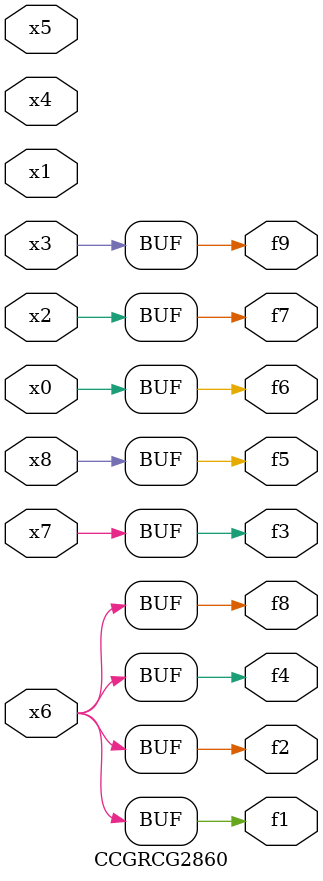
<source format=v>
module CCGRCG2860(
	input x0, x1, x2, x3, x4, x5, x6, x7, x8,
	output f1, f2, f3, f4, f5, f6, f7, f8, f9
);
	assign f1 = x6;
	assign f2 = x6;
	assign f3 = x7;
	assign f4 = x6;
	assign f5 = x8;
	assign f6 = x0;
	assign f7 = x2;
	assign f8 = x6;
	assign f9 = x3;
endmodule

</source>
